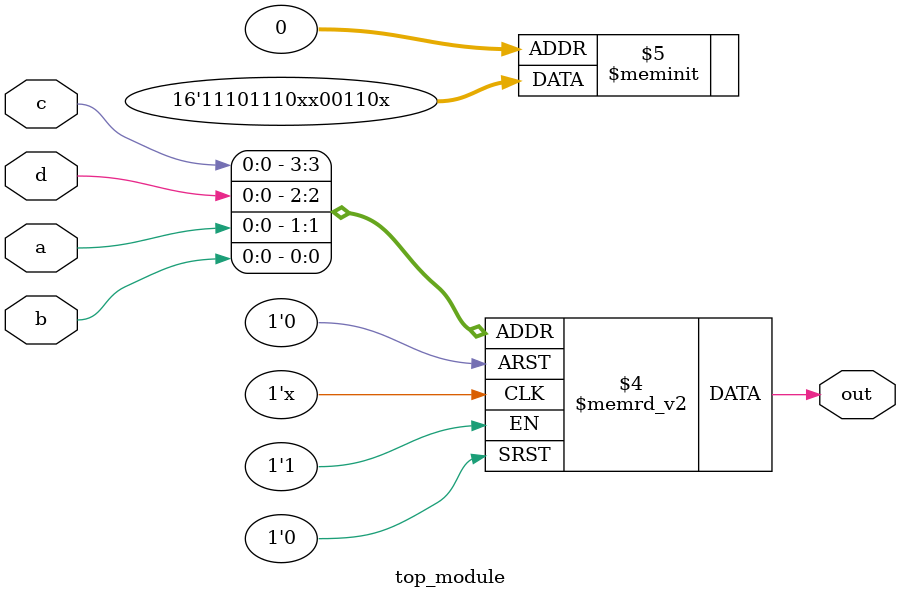
<source format=sv>
module top_module (
	input a,
	input b,
	input c,
	input d,
	output reg out
);
	always @(*) begin
		case ({c, d, a, b})
			4'b0000: out = 1'bx; // d (don't care)
			4'b0001: out = 1'b0;
			4'b0010: out = 1'b1;
			4'b0011: out = 1'b1;
			4'b0100: out = 1'b0;
			4'b0101: out = 1'b0;
			4'b0110: out = 1'bx; // d (don't care)
			4'b0111: out = 1'bx; // d (don't care)
			4'b1000: out = 1'b0;
			4'b1001: out = 1'b1;
			4'b1010: out = 1'b1;
			4'b1011: out = 1'b1;
			4'b1100: out = 1'b0;
			4'b1101: out = 1'b1;
			4'b1110: out = 1'b1;
			4'b1111: out = 1'b1;
			default: out = 1'b0;
		endcase
	end
endmodule

</source>
